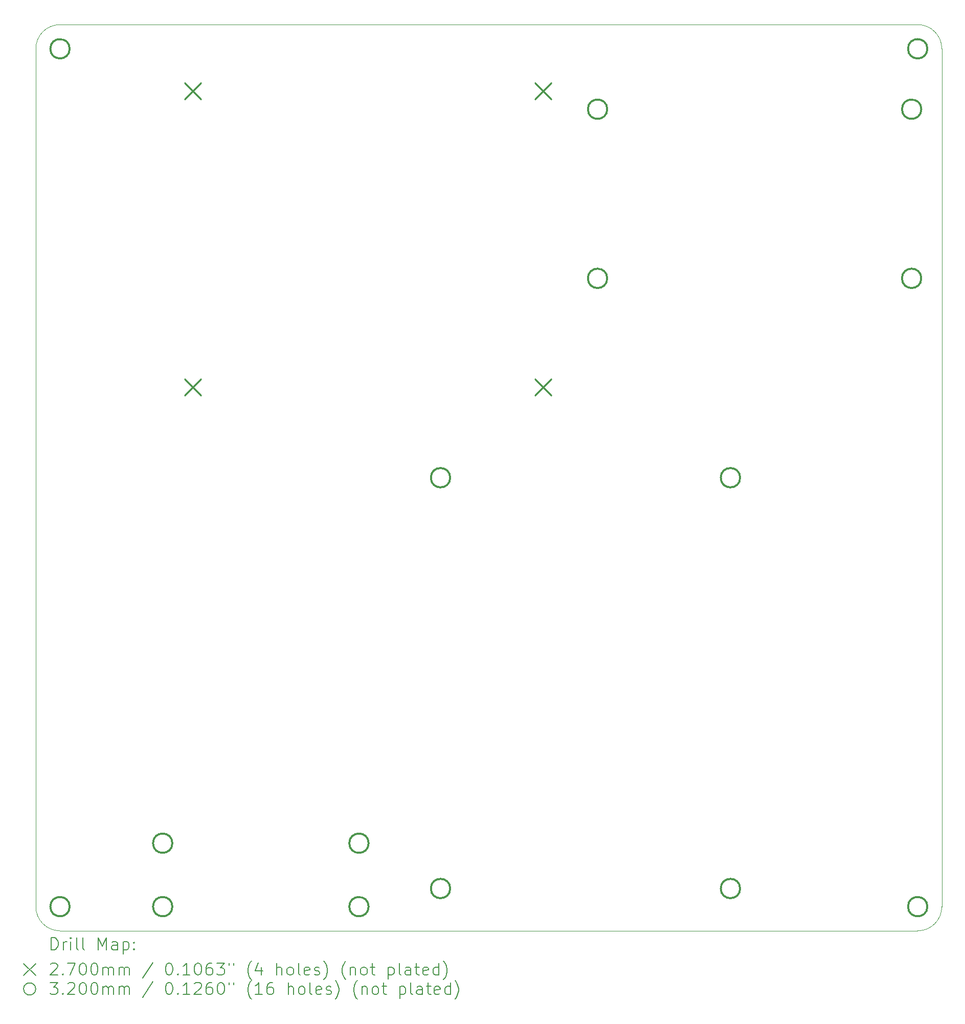
<source format=gbr>
%TF.GenerationSoftware,KiCad,Pcbnew,(6.0.8)*%
%TF.CreationDate,2022-11-08T16:17:17+09:00*%
%TF.ProjectId,Aquarium,41717561-7269-4756-9d2e-6b696361645f,1.0*%
%TF.SameCoordinates,Original*%
%TF.FileFunction,Drillmap*%
%TF.FilePolarity,Positive*%
%FSLAX45Y45*%
G04 Gerber Fmt 4.5, Leading zero omitted, Abs format (unit mm)*
G04 Created by KiCad (PCBNEW (6.0.8)) date 2022-11-08 16:17:17*
%MOMM*%
%LPD*%
G01*
G04 APERTURE LIST*
%ADD10C,0.050000*%
%ADD11C,0.200000*%
%ADD12C,0.270000*%
%ADD13C,0.320000*%
G04 APERTURE END LIST*
D10*
X9500000Y-4200000D02*
X9500000Y-18400000D01*
X24100000Y-18800000D02*
G75*
G03*
X24500000Y-18400000I0J400000D01*
G01*
X24100000Y-3800000D02*
X9900000Y-3800000D01*
X9900000Y-18800000D02*
X24100000Y-18800000D01*
X24500000Y-18400000D02*
X24500000Y-4200000D01*
X9900000Y-3800000D02*
G75*
G03*
X9500000Y-4200000I0J-400000D01*
G01*
X9500000Y-18400000D02*
G75*
G03*
X9900000Y-18800000I400000J0D01*
G01*
X24500000Y-4200000D02*
G75*
G03*
X24100000Y-3800000I-400000J0D01*
G01*
D11*
D12*
X11965000Y-4765000D02*
X12235000Y-5035000D01*
X12235000Y-4765000D02*
X11965000Y-5035000D01*
X11965000Y-9665000D02*
X12235000Y-9935000D01*
X12235000Y-9665000D02*
X11965000Y-9935000D01*
X17765000Y-4765000D02*
X18035000Y-5035000D01*
X18035000Y-4765000D02*
X17765000Y-5035000D01*
X17765000Y-9665000D02*
X18035000Y-9935000D01*
X18035000Y-9665000D02*
X17765000Y-9935000D01*
D13*
X10060000Y-4200000D02*
G75*
G03*
X10060000Y-4200000I-160000J0D01*
G01*
X10060000Y-18400000D02*
G75*
G03*
X10060000Y-18400000I-160000J0D01*
G01*
X11760000Y-17350000D02*
G75*
G03*
X11760000Y-17350000I-160000J0D01*
G01*
X11760000Y-18400000D02*
G75*
G03*
X11760000Y-18400000I-160000J0D01*
G01*
X15010000Y-17350000D02*
G75*
G03*
X15010000Y-17350000I-160000J0D01*
G01*
X15010000Y-18400000D02*
G75*
G03*
X15010000Y-18400000I-160000J0D01*
G01*
X16360000Y-11300000D02*
G75*
G03*
X16360000Y-11300000I-160000J0D01*
G01*
X16360000Y-18100000D02*
G75*
G03*
X16360000Y-18100000I-160000J0D01*
G01*
X18960000Y-5200000D02*
G75*
G03*
X18960000Y-5200000I-160000J0D01*
G01*
X18960000Y-8000000D02*
G75*
G03*
X18960000Y-8000000I-160000J0D01*
G01*
X21160000Y-11300000D02*
G75*
G03*
X21160000Y-11300000I-160000J0D01*
G01*
X21160000Y-18100000D02*
G75*
G03*
X21160000Y-18100000I-160000J0D01*
G01*
X24160000Y-5200000D02*
G75*
G03*
X24160000Y-5200000I-160000J0D01*
G01*
X24160000Y-8000000D02*
G75*
G03*
X24160000Y-8000000I-160000J0D01*
G01*
X24260000Y-4200000D02*
G75*
G03*
X24260000Y-4200000I-160000J0D01*
G01*
X24260000Y-18400000D02*
G75*
G03*
X24260000Y-18400000I-160000J0D01*
G01*
D11*
X9755119Y-19112976D02*
X9755119Y-18912976D01*
X9802738Y-18912976D01*
X9831310Y-18922500D01*
X9850357Y-18941548D01*
X9859881Y-18960595D01*
X9869405Y-18998690D01*
X9869405Y-19027262D01*
X9859881Y-19065357D01*
X9850357Y-19084405D01*
X9831310Y-19103452D01*
X9802738Y-19112976D01*
X9755119Y-19112976D01*
X9955119Y-19112976D02*
X9955119Y-18979643D01*
X9955119Y-19017738D02*
X9964643Y-18998690D01*
X9974167Y-18989167D01*
X9993214Y-18979643D01*
X10012262Y-18979643D01*
X10078929Y-19112976D02*
X10078929Y-18979643D01*
X10078929Y-18912976D02*
X10069405Y-18922500D01*
X10078929Y-18932024D01*
X10088452Y-18922500D01*
X10078929Y-18912976D01*
X10078929Y-18932024D01*
X10202738Y-19112976D02*
X10183690Y-19103452D01*
X10174167Y-19084405D01*
X10174167Y-18912976D01*
X10307500Y-19112976D02*
X10288452Y-19103452D01*
X10278929Y-19084405D01*
X10278929Y-18912976D01*
X10536071Y-19112976D02*
X10536071Y-18912976D01*
X10602738Y-19055833D01*
X10669405Y-18912976D01*
X10669405Y-19112976D01*
X10850357Y-19112976D02*
X10850357Y-19008214D01*
X10840833Y-18989167D01*
X10821786Y-18979643D01*
X10783690Y-18979643D01*
X10764643Y-18989167D01*
X10850357Y-19103452D02*
X10831310Y-19112976D01*
X10783690Y-19112976D01*
X10764643Y-19103452D01*
X10755119Y-19084405D01*
X10755119Y-19065357D01*
X10764643Y-19046310D01*
X10783690Y-19036786D01*
X10831310Y-19036786D01*
X10850357Y-19027262D01*
X10945595Y-18979643D02*
X10945595Y-19179643D01*
X10945595Y-18989167D02*
X10964643Y-18979643D01*
X11002738Y-18979643D01*
X11021786Y-18989167D01*
X11031310Y-18998690D01*
X11040833Y-19017738D01*
X11040833Y-19074881D01*
X11031310Y-19093929D01*
X11021786Y-19103452D01*
X11002738Y-19112976D01*
X10964643Y-19112976D01*
X10945595Y-19103452D01*
X11126548Y-19093929D02*
X11136071Y-19103452D01*
X11126548Y-19112976D01*
X11117024Y-19103452D01*
X11126548Y-19093929D01*
X11126548Y-19112976D01*
X11126548Y-18989167D02*
X11136071Y-18998690D01*
X11126548Y-19008214D01*
X11117024Y-18998690D01*
X11126548Y-18989167D01*
X11126548Y-19008214D01*
X9297500Y-19342500D02*
X9497500Y-19542500D01*
X9497500Y-19342500D02*
X9297500Y-19542500D01*
X9745595Y-19352024D02*
X9755119Y-19342500D01*
X9774167Y-19332976D01*
X9821786Y-19332976D01*
X9840833Y-19342500D01*
X9850357Y-19352024D01*
X9859881Y-19371071D01*
X9859881Y-19390119D01*
X9850357Y-19418690D01*
X9736071Y-19532976D01*
X9859881Y-19532976D01*
X9945595Y-19513929D02*
X9955119Y-19523452D01*
X9945595Y-19532976D01*
X9936071Y-19523452D01*
X9945595Y-19513929D01*
X9945595Y-19532976D01*
X10021786Y-19332976D02*
X10155119Y-19332976D01*
X10069405Y-19532976D01*
X10269405Y-19332976D02*
X10288452Y-19332976D01*
X10307500Y-19342500D01*
X10317024Y-19352024D01*
X10326548Y-19371071D01*
X10336071Y-19409167D01*
X10336071Y-19456786D01*
X10326548Y-19494881D01*
X10317024Y-19513929D01*
X10307500Y-19523452D01*
X10288452Y-19532976D01*
X10269405Y-19532976D01*
X10250357Y-19523452D01*
X10240833Y-19513929D01*
X10231310Y-19494881D01*
X10221786Y-19456786D01*
X10221786Y-19409167D01*
X10231310Y-19371071D01*
X10240833Y-19352024D01*
X10250357Y-19342500D01*
X10269405Y-19332976D01*
X10459881Y-19332976D02*
X10478929Y-19332976D01*
X10497976Y-19342500D01*
X10507500Y-19352024D01*
X10517024Y-19371071D01*
X10526548Y-19409167D01*
X10526548Y-19456786D01*
X10517024Y-19494881D01*
X10507500Y-19513929D01*
X10497976Y-19523452D01*
X10478929Y-19532976D01*
X10459881Y-19532976D01*
X10440833Y-19523452D01*
X10431310Y-19513929D01*
X10421786Y-19494881D01*
X10412262Y-19456786D01*
X10412262Y-19409167D01*
X10421786Y-19371071D01*
X10431310Y-19352024D01*
X10440833Y-19342500D01*
X10459881Y-19332976D01*
X10612262Y-19532976D02*
X10612262Y-19399643D01*
X10612262Y-19418690D02*
X10621786Y-19409167D01*
X10640833Y-19399643D01*
X10669405Y-19399643D01*
X10688452Y-19409167D01*
X10697976Y-19428214D01*
X10697976Y-19532976D01*
X10697976Y-19428214D02*
X10707500Y-19409167D01*
X10726548Y-19399643D01*
X10755119Y-19399643D01*
X10774167Y-19409167D01*
X10783690Y-19428214D01*
X10783690Y-19532976D01*
X10878929Y-19532976D02*
X10878929Y-19399643D01*
X10878929Y-19418690D02*
X10888452Y-19409167D01*
X10907500Y-19399643D01*
X10936071Y-19399643D01*
X10955119Y-19409167D01*
X10964643Y-19428214D01*
X10964643Y-19532976D01*
X10964643Y-19428214D02*
X10974167Y-19409167D01*
X10993214Y-19399643D01*
X11021786Y-19399643D01*
X11040833Y-19409167D01*
X11050357Y-19428214D01*
X11050357Y-19532976D01*
X11440833Y-19323452D02*
X11269405Y-19580595D01*
X11697976Y-19332976D02*
X11717024Y-19332976D01*
X11736071Y-19342500D01*
X11745595Y-19352024D01*
X11755119Y-19371071D01*
X11764643Y-19409167D01*
X11764643Y-19456786D01*
X11755119Y-19494881D01*
X11745595Y-19513929D01*
X11736071Y-19523452D01*
X11717024Y-19532976D01*
X11697976Y-19532976D01*
X11678928Y-19523452D01*
X11669405Y-19513929D01*
X11659881Y-19494881D01*
X11650357Y-19456786D01*
X11650357Y-19409167D01*
X11659881Y-19371071D01*
X11669405Y-19352024D01*
X11678928Y-19342500D01*
X11697976Y-19332976D01*
X11850357Y-19513929D02*
X11859881Y-19523452D01*
X11850357Y-19532976D01*
X11840833Y-19523452D01*
X11850357Y-19513929D01*
X11850357Y-19532976D01*
X12050357Y-19532976D02*
X11936071Y-19532976D01*
X11993214Y-19532976D02*
X11993214Y-19332976D01*
X11974167Y-19361548D01*
X11955119Y-19380595D01*
X11936071Y-19390119D01*
X12174167Y-19332976D02*
X12193214Y-19332976D01*
X12212262Y-19342500D01*
X12221786Y-19352024D01*
X12231309Y-19371071D01*
X12240833Y-19409167D01*
X12240833Y-19456786D01*
X12231309Y-19494881D01*
X12221786Y-19513929D01*
X12212262Y-19523452D01*
X12193214Y-19532976D01*
X12174167Y-19532976D01*
X12155119Y-19523452D01*
X12145595Y-19513929D01*
X12136071Y-19494881D01*
X12126548Y-19456786D01*
X12126548Y-19409167D01*
X12136071Y-19371071D01*
X12145595Y-19352024D01*
X12155119Y-19342500D01*
X12174167Y-19332976D01*
X12412262Y-19332976D02*
X12374167Y-19332976D01*
X12355119Y-19342500D01*
X12345595Y-19352024D01*
X12326548Y-19380595D01*
X12317024Y-19418690D01*
X12317024Y-19494881D01*
X12326548Y-19513929D01*
X12336071Y-19523452D01*
X12355119Y-19532976D01*
X12393214Y-19532976D01*
X12412262Y-19523452D01*
X12421786Y-19513929D01*
X12431309Y-19494881D01*
X12431309Y-19447262D01*
X12421786Y-19428214D01*
X12412262Y-19418690D01*
X12393214Y-19409167D01*
X12355119Y-19409167D01*
X12336071Y-19418690D01*
X12326548Y-19428214D01*
X12317024Y-19447262D01*
X12497976Y-19332976D02*
X12621786Y-19332976D01*
X12555119Y-19409167D01*
X12583690Y-19409167D01*
X12602738Y-19418690D01*
X12612262Y-19428214D01*
X12621786Y-19447262D01*
X12621786Y-19494881D01*
X12612262Y-19513929D01*
X12602738Y-19523452D01*
X12583690Y-19532976D01*
X12526548Y-19532976D01*
X12507500Y-19523452D01*
X12497976Y-19513929D01*
X12697976Y-19332976D02*
X12697976Y-19371071D01*
X12774167Y-19332976D02*
X12774167Y-19371071D01*
X13069405Y-19609167D02*
X13059881Y-19599643D01*
X13040833Y-19571071D01*
X13031309Y-19552024D01*
X13021786Y-19523452D01*
X13012262Y-19475833D01*
X13012262Y-19437738D01*
X13021786Y-19390119D01*
X13031309Y-19361548D01*
X13040833Y-19342500D01*
X13059881Y-19313929D01*
X13069405Y-19304405D01*
X13231309Y-19399643D02*
X13231309Y-19532976D01*
X13183690Y-19323452D02*
X13136071Y-19466310D01*
X13259881Y-19466310D01*
X13488452Y-19532976D02*
X13488452Y-19332976D01*
X13574167Y-19532976D02*
X13574167Y-19428214D01*
X13564643Y-19409167D01*
X13545595Y-19399643D01*
X13517024Y-19399643D01*
X13497976Y-19409167D01*
X13488452Y-19418690D01*
X13697976Y-19532976D02*
X13678928Y-19523452D01*
X13669405Y-19513929D01*
X13659881Y-19494881D01*
X13659881Y-19437738D01*
X13669405Y-19418690D01*
X13678928Y-19409167D01*
X13697976Y-19399643D01*
X13726548Y-19399643D01*
X13745595Y-19409167D01*
X13755119Y-19418690D01*
X13764643Y-19437738D01*
X13764643Y-19494881D01*
X13755119Y-19513929D01*
X13745595Y-19523452D01*
X13726548Y-19532976D01*
X13697976Y-19532976D01*
X13878928Y-19532976D02*
X13859881Y-19523452D01*
X13850357Y-19504405D01*
X13850357Y-19332976D01*
X14031309Y-19523452D02*
X14012262Y-19532976D01*
X13974167Y-19532976D01*
X13955119Y-19523452D01*
X13945595Y-19504405D01*
X13945595Y-19428214D01*
X13955119Y-19409167D01*
X13974167Y-19399643D01*
X14012262Y-19399643D01*
X14031309Y-19409167D01*
X14040833Y-19428214D01*
X14040833Y-19447262D01*
X13945595Y-19466310D01*
X14117024Y-19523452D02*
X14136071Y-19532976D01*
X14174167Y-19532976D01*
X14193214Y-19523452D01*
X14202738Y-19504405D01*
X14202738Y-19494881D01*
X14193214Y-19475833D01*
X14174167Y-19466310D01*
X14145595Y-19466310D01*
X14126548Y-19456786D01*
X14117024Y-19437738D01*
X14117024Y-19428214D01*
X14126548Y-19409167D01*
X14145595Y-19399643D01*
X14174167Y-19399643D01*
X14193214Y-19409167D01*
X14269405Y-19609167D02*
X14278928Y-19599643D01*
X14297976Y-19571071D01*
X14307500Y-19552024D01*
X14317024Y-19523452D01*
X14326548Y-19475833D01*
X14326548Y-19437738D01*
X14317024Y-19390119D01*
X14307500Y-19361548D01*
X14297976Y-19342500D01*
X14278928Y-19313929D01*
X14269405Y-19304405D01*
X14631309Y-19609167D02*
X14621786Y-19599643D01*
X14602738Y-19571071D01*
X14593214Y-19552024D01*
X14583690Y-19523452D01*
X14574167Y-19475833D01*
X14574167Y-19437738D01*
X14583690Y-19390119D01*
X14593214Y-19361548D01*
X14602738Y-19342500D01*
X14621786Y-19313929D01*
X14631309Y-19304405D01*
X14707500Y-19399643D02*
X14707500Y-19532976D01*
X14707500Y-19418690D02*
X14717024Y-19409167D01*
X14736071Y-19399643D01*
X14764643Y-19399643D01*
X14783690Y-19409167D01*
X14793214Y-19428214D01*
X14793214Y-19532976D01*
X14917024Y-19532976D02*
X14897976Y-19523452D01*
X14888452Y-19513929D01*
X14878928Y-19494881D01*
X14878928Y-19437738D01*
X14888452Y-19418690D01*
X14897976Y-19409167D01*
X14917024Y-19399643D01*
X14945595Y-19399643D01*
X14964643Y-19409167D01*
X14974167Y-19418690D01*
X14983690Y-19437738D01*
X14983690Y-19494881D01*
X14974167Y-19513929D01*
X14964643Y-19523452D01*
X14945595Y-19532976D01*
X14917024Y-19532976D01*
X15040833Y-19399643D02*
X15117024Y-19399643D01*
X15069405Y-19332976D02*
X15069405Y-19504405D01*
X15078928Y-19523452D01*
X15097976Y-19532976D01*
X15117024Y-19532976D01*
X15336071Y-19399643D02*
X15336071Y-19599643D01*
X15336071Y-19409167D02*
X15355119Y-19399643D01*
X15393214Y-19399643D01*
X15412262Y-19409167D01*
X15421786Y-19418690D01*
X15431309Y-19437738D01*
X15431309Y-19494881D01*
X15421786Y-19513929D01*
X15412262Y-19523452D01*
X15393214Y-19532976D01*
X15355119Y-19532976D01*
X15336071Y-19523452D01*
X15545595Y-19532976D02*
X15526548Y-19523452D01*
X15517024Y-19504405D01*
X15517024Y-19332976D01*
X15707500Y-19532976D02*
X15707500Y-19428214D01*
X15697976Y-19409167D01*
X15678928Y-19399643D01*
X15640833Y-19399643D01*
X15621786Y-19409167D01*
X15707500Y-19523452D02*
X15688452Y-19532976D01*
X15640833Y-19532976D01*
X15621786Y-19523452D01*
X15612262Y-19504405D01*
X15612262Y-19485357D01*
X15621786Y-19466310D01*
X15640833Y-19456786D01*
X15688452Y-19456786D01*
X15707500Y-19447262D01*
X15774167Y-19399643D02*
X15850357Y-19399643D01*
X15802738Y-19332976D02*
X15802738Y-19504405D01*
X15812262Y-19523452D01*
X15831309Y-19532976D01*
X15850357Y-19532976D01*
X15993214Y-19523452D02*
X15974167Y-19532976D01*
X15936071Y-19532976D01*
X15917024Y-19523452D01*
X15907500Y-19504405D01*
X15907500Y-19428214D01*
X15917024Y-19409167D01*
X15936071Y-19399643D01*
X15974167Y-19399643D01*
X15993214Y-19409167D01*
X16002738Y-19428214D01*
X16002738Y-19447262D01*
X15907500Y-19466310D01*
X16174167Y-19532976D02*
X16174167Y-19332976D01*
X16174167Y-19523452D02*
X16155119Y-19532976D01*
X16117024Y-19532976D01*
X16097976Y-19523452D01*
X16088452Y-19513929D01*
X16078928Y-19494881D01*
X16078928Y-19437738D01*
X16088452Y-19418690D01*
X16097976Y-19409167D01*
X16117024Y-19399643D01*
X16155119Y-19399643D01*
X16174167Y-19409167D01*
X16250357Y-19609167D02*
X16259881Y-19599643D01*
X16278928Y-19571071D01*
X16288452Y-19552024D01*
X16297976Y-19523452D01*
X16307500Y-19475833D01*
X16307500Y-19437738D01*
X16297976Y-19390119D01*
X16288452Y-19361548D01*
X16278928Y-19342500D01*
X16259881Y-19313929D01*
X16250357Y-19304405D01*
X9497500Y-19762500D02*
G75*
G03*
X9497500Y-19762500I-100000J0D01*
G01*
X9736071Y-19652976D02*
X9859881Y-19652976D01*
X9793214Y-19729167D01*
X9821786Y-19729167D01*
X9840833Y-19738690D01*
X9850357Y-19748214D01*
X9859881Y-19767262D01*
X9859881Y-19814881D01*
X9850357Y-19833929D01*
X9840833Y-19843452D01*
X9821786Y-19852976D01*
X9764643Y-19852976D01*
X9745595Y-19843452D01*
X9736071Y-19833929D01*
X9945595Y-19833929D02*
X9955119Y-19843452D01*
X9945595Y-19852976D01*
X9936071Y-19843452D01*
X9945595Y-19833929D01*
X9945595Y-19852976D01*
X10031310Y-19672024D02*
X10040833Y-19662500D01*
X10059881Y-19652976D01*
X10107500Y-19652976D01*
X10126548Y-19662500D01*
X10136071Y-19672024D01*
X10145595Y-19691071D01*
X10145595Y-19710119D01*
X10136071Y-19738690D01*
X10021786Y-19852976D01*
X10145595Y-19852976D01*
X10269405Y-19652976D02*
X10288452Y-19652976D01*
X10307500Y-19662500D01*
X10317024Y-19672024D01*
X10326548Y-19691071D01*
X10336071Y-19729167D01*
X10336071Y-19776786D01*
X10326548Y-19814881D01*
X10317024Y-19833929D01*
X10307500Y-19843452D01*
X10288452Y-19852976D01*
X10269405Y-19852976D01*
X10250357Y-19843452D01*
X10240833Y-19833929D01*
X10231310Y-19814881D01*
X10221786Y-19776786D01*
X10221786Y-19729167D01*
X10231310Y-19691071D01*
X10240833Y-19672024D01*
X10250357Y-19662500D01*
X10269405Y-19652976D01*
X10459881Y-19652976D02*
X10478929Y-19652976D01*
X10497976Y-19662500D01*
X10507500Y-19672024D01*
X10517024Y-19691071D01*
X10526548Y-19729167D01*
X10526548Y-19776786D01*
X10517024Y-19814881D01*
X10507500Y-19833929D01*
X10497976Y-19843452D01*
X10478929Y-19852976D01*
X10459881Y-19852976D01*
X10440833Y-19843452D01*
X10431310Y-19833929D01*
X10421786Y-19814881D01*
X10412262Y-19776786D01*
X10412262Y-19729167D01*
X10421786Y-19691071D01*
X10431310Y-19672024D01*
X10440833Y-19662500D01*
X10459881Y-19652976D01*
X10612262Y-19852976D02*
X10612262Y-19719643D01*
X10612262Y-19738690D02*
X10621786Y-19729167D01*
X10640833Y-19719643D01*
X10669405Y-19719643D01*
X10688452Y-19729167D01*
X10697976Y-19748214D01*
X10697976Y-19852976D01*
X10697976Y-19748214D02*
X10707500Y-19729167D01*
X10726548Y-19719643D01*
X10755119Y-19719643D01*
X10774167Y-19729167D01*
X10783690Y-19748214D01*
X10783690Y-19852976D01*
X10878929Y-19852976D02*
X10878929Y-19719643D01*
X10878929Y-19738690D02*
X10888452Y-19729167D01*
X10907500Y-19719643D01*
X10936071Y-19719643D01*
X10955119Y-19729167D01*
X10964643Y-19748214D01*
X10964643Y-19852976D01*
X10964643Y-19748214D02*
X10974167Y-19729167D01*
X10993214Y-19719643D01*
X11021786Y-19719643D01*
X11040833Y-19729167D01*
X11050357Y-19748214D01*
X11050357Y-19852976D01*
X11440833Y-19643452D02*
X11269405Y-19900595D01*
X11697976Y-19652976D02*
X11717024Y-19652976D01*
X11736071Y-19662500D01*
X11745595Y-19672024D01*
X11755119Y-19691071D01*
X11764643Y-19729167D01*
X11764643Y-19776786D01*
X11755119Y-19814881D01*
X11745595Y-19833929D01*
X11736071Y-19843452D01*
X11717024Y-19852976D01*
X11697976Y-19852976D01*
X11678928Y-19843452D01*
X11669405Y-19833929D01*
X11659881Y-19814881D01*
X11650357Y-19776786D01*
X11650357Y-19729167D01*
X11659881Y-19691071D01*
X11669405Y-19672024D01*
X11678928Y-19662500D01*
X11697976Y-19652976D01*
X11850357Y-19833929D02*
X11859881Y-19843452D01*
X11850357Y-19852976D01*
X11840833Y-19843452D01*
X11850357Y-19833929D01*
X11850357Y-19852976D01*
X12050357Y-19852976D02*
X11936071Y-19852976D01*
X11993214Y-19852976D02*
X11993214Y-19652976D01*
X11974167Y-19681548D01*
X11955119Y-19700595D01*
X11936071Y-19710119D01*
X12126548Y-19672024D02*
X12136071Y-19662500D01*
X12155119Y-19652976D01*
X12202738Y-19652976D01*
X12221786Y-19662500D01*
X12231309Y-19672024D01*
X12240833Y-19691071D01*
X12240833Y-19710119D01*
X12231309Y-19738690D01*
X12117024Y-19852976D01*
X12240833Y-19852976D01*
X12412262Y-19652976D02*
X12374167Y-19652976D01*
X12355119Y-19662500D01*
X12345595Y-19672024D01*
X12326548Y-19700595D01*
X12317024Y-19738690D01*
X12317024Y-19814881D01*
X12326548Y-19833929D01*
X12336071Y-19843452D01*
X12355119Y-19852976D01*
X12393214Y-19852976D01*
X12412262Y-19843452D01*
X12421786Y-19833929D01*
X12431309Y-19814881D01*
X12431309Y-19767262D01*
X12421786Y-19748214D01*
X12412262Y-19738690D01*
X12393214Y-19729167D01*
X12355119Y-19729167D01*
X12336071Y-19738690D01*
X12326548Y-19748214D01*
X12317024Y-19767262D01*
X12555119Y-19652976D02*
X12574167Y-19652976D01*
X12593214Y-19662500D01*
X12602738Y-19672024D01*
X12612262Y-19691071D01*
X12621786Y-19729167D01*
X12621786Y-19776786D01*
X12612262Y-19814881D01*
X12602738Y-19833929D01*
X12593214Y-19843452D01*
X12574167Y-19852976D01*
X12555119Y-19852976D01*
X12536071Y-19843452D01*
X12526548Y-19833929D01*
X12517024Y-19814881D01*
X12507500Y-19776786D01*
X12507500Y-19729167D01*
X12517024Y-19691071D01*
X12526548Y-19672024D01*
X12536071Y-19662500D01*
X12555119Y-19652976D01*
X12697976Y-19652976D02*
X12697976Y-19691071D01*
X12774167Y-19652976D02*
X12774167Y-19691071D01*
X13069405Y-19929167D02*
X13059881Y-19919643D01*
X13040833Y-19891071D01*
X13031309Y-19872024D01*
X13021786Y-19843452D01*
X13012262Y-19795833D01*
X13012262Y-19757738D01*
X13021786Y-19710119D01*
X13031309Y-19681548D01*
X13040833Y-19662500D01*
X13059881Y-19633929D01*
X13069405Y-19624405D01*
X13250357Y-19852976D02*
X13136071Y-19852976D01*
X13193214Y-19852976D02*
X13193214Y-19652976D01*
X13174167Y-19681548D01*
X13155119Y-19700595D01*
X13136071Y-19710119D01*
X13421786Y-19652976D02*
X13383690Y-19652976D01*
X13364643Y-19662500D01*
X13355119Y-19672024D01*
X13336071Y-19700595D01*
X13326548Y-19738690D01*
X13326548Y-19814881D01*
X13336071Y-19833929D01*
X13345595Y-19843452D01*
X13364643Y-19852976D01*
X13402738Y-19852976D01*
X13421786Y-19843452D01*
X13431309Y-19833929D01*
X13440833Y-19814881D01*
X13440833Y-19767262D01*
X13431309Y-19748214D01*
X13421786Y-19738690D01*
X13402738Y-19729167D01*
X13364643Y-19729167D01*
X13345595Y-19738690D01*
X13336071Y-19748214D01*
X13326548Y-19767262D01*
X13678928Y-19852976D02*
X13678928Y-19652976D01*
X13764643Y-19852976D02*
X13764643Y-19748214D01*
X13755119Y-19729167D01*
X13736071Y-19719643D01*
X13707500Y-19719643D01*
X13688452Y-19729167D01*
X13678928Y-19738690D01*
X13888452Y-19852976D02*
X13869405Y-19843452D01*
X13859881Y-19833929D01*
X13850357Y-19814881D01*
X13850357Y-19757738D01*
X13859881Y-19738690D01*
X13869405Y-19729167D01*
X13888452Y-19719643D01*
X13917024Y-19719643D01*
X13936071Y-19729167D01*
X13945595Y-19738690D01*
X13955119Y-19757738D01*
X13955119Y-19814881D01*
X13945595Y-19833929D01*
X13936071Y-19843452D01*
X13917024Y-19852976D01*
X13888452Y-19852976D01*
X14069405Y-19852976D02*
X14050357Y-19843452D01*
X14040833Y-19824405D01*
X14040833Y-19652976D01*
X14221786Y-19843452D02*
X14202738Y-19852976D01*
X14164643Y-19852976D01*
X14145595Y-19843452D01*
X14136071Y-19824405D01*
X14136071Y-19748214D01*
X14145595Y-19729167D01*
X14164643Y-19719643D01*
X14202738Y-19719643D01*
X14221786Y-19729167D01*
X14231309Y-19748214D01*
X14231309Y-19767262D01*
X14136071Y-19786310D01*
X14307500Y-19843452D02*
X14326548Y-19852976D01*
X14364643Y-19852976D01*
X14383690Y-19843452D01*
X14393214Y-19824405D01*
X14393214Y-19814881D01*
X14383690Y-19795833D01*
X14364643Y-19786310D01*
X14336071Y-19786310D01*
X14317024Y-19776786D01*
X14307500Y-19757738D01*
X14307500Y-19748214D01*
X14317024Y-19729167D01*
X14336071Y-19719643D01*
X14364643Y-19719643D01*
X14383690Y-19729167D01*
X14459881Y-19929167D02*
X14469405Y-19919643D01*
X14488452Y-19891071D01*
X14497976Y-19872024D01*
X14507500Y-19843452D01*
X14517024Y-19795833D01*
X14517024Y-19757738D01*
X14507500Y-19710119D01*
X14497976Y-19681548D01*
X14488452Y-19662500D01*
X14469405Y-19633929D01*
X14459881Y-19624405D01*
X14821786Y-19929167D02*
X14812262Y-19919643D01*
X14793214Y-19891071D01*
X14783690Y-19872024D01*
X14774167Y-19843452D01*
X14764643Y-19795833D01*
X14764643Y-19757738D01*
X14774167Y-19710119D01*
X14783690Y-19681548D01*
X14793214Y-19662500D01*
X14812262Y-19633929D01*
X14821786Y-19624405D01*
X14897976Y-19719643D02*
X14897976Y-19852976D01*
X14897976Y-19738690D02*
X14907500Y-19729167D01*
X14926548Y-19719643D01*
X14955119Y-19719643D01*
X14974167Y-19729167D01*
X14983690Y-19748214D01*
X14983690Y-19852976D01*
X15107500Y-19852976D02*
X15088452Y-19843452D01*
X15078928Y-19833929D01*
X15069405Y-19814881D01*
X15069405Y-19757738D01*
X15078928Y-19738690D01*
X15088452Y-19729167D01*
X15107500Y-19719643D01*
X15136071Y-19719643D01*
X15155119Y-19729167D01*
X15164643Y-19738690D01*
X15174167Y-19757738D01*
X15174167Y-19814881D01*
X15164643Y-19833929D01*
X15155119Y-19843452D01*
X15136071Y-19852976D01*
X15107500Y-19852976D01*
X15231309Y-19719643D02*
X15307500Y-19719643D01*
X15259881Y-19652976D02*
X15259881Y-19824405D01*
X15269405Y-19843452D01*
X15288452Y-19852976D01*
X15307500Y-19852976D01*
X15526548Y-19719643D02*
X15526548Y-19919643D01*
X15526548Y-19729167D02*
X15545595Y-19719643D01*
X15583690Y-19719643D01*
X15602738Y-19729167D01*
X15612262Y-19738690D01*
X15621786Y-19757738D01*
X15621786Y-19814881D01*
X15612262Y-19833929D01*
X15602738Y-19843452D01*
X15583690Y-19852976D01*
X15545595Y-19852976D01*
X15526548Y-19843452D01*
X15736071Y-19852976D02*
X15717024Y-19843452D01*
X15707500Y-19824405D01*
X15707500Y-19652976D01*
X15897976Y-19852976D02*
X15897976Y-19748214D01*
X15888452Y-19729167D01*
X15869405Y-19719643D01*
X15831309Y-19719643D01*
X15812262Y-19729167D01*
X15897976Y-19843452D02*
X15878928Y-19852976D01*
X15831309Y-19852976D01*
X15812262Y-19843452D01*
X15802738Y-19824405D01*
X15802738Y-19805357D01*
X15812262Y-19786310D01*
X15831309Y-19776786D01*
X15878928Y-19776786D01*
X15897976Y-19767262D01*
X15964643Y-19719643D02*
X16040833Y-19719643D01*
X15993214Y-19652976D02*
X15993214Y-19824405D01*
X16002738Y-19843452D01*
X16021786Y-19852976D01*
X16040833Y-19852976D01*
X16183690Y-19843452D02*
X16164643Y-19852976D01*
X16126548Y-19852976D01*
X16107500Y-19843452D01*
X16097976Y-19824405D01*
X16097976Y-19748214D01*
X16107500Y-19729167D01*
X16126548Y-19719643D01*
X16164643Y-19719643D01*
X16183690Y-19729167D01*
X16193214Y-19748214D01*
X16193214Y-19767262D01*
X16097976Y-19786310D01*
X16364643Y-19852976D02*
X16364643Y-19652976D01*
X16364643Y-19843452D02*
X16345595Y-19852976D01*
X16307500Y-19852976D01*
X16288452Y-19843452D01*
X16278928Y-19833929D01*
X16269405Y-19814881D01*
X16269405Y-19757738D01*
X16278928Y-19738690D01*
X16288452Y-19729167D01*
X16307500Y-19719643D01*
X16345595Y-19719643D01*
X16364643Y-19729167D01*
X16440833Y-19929167D02*
X16450357Y-19919643D01*
X16469405Y-19891071D01*
X16478928Y-19872024D01*
X16488452Y-19843452D01*
X16497976Y-19795833D01*
X16497976Y-19757738D01*
X16488452Y-19710119D01*
X16478928Y-19681548D01*
X16469405Y-19662500D01*
X16450357Y-19633929D01*
X16440833Y-19624405D01*
M02*

</source>
